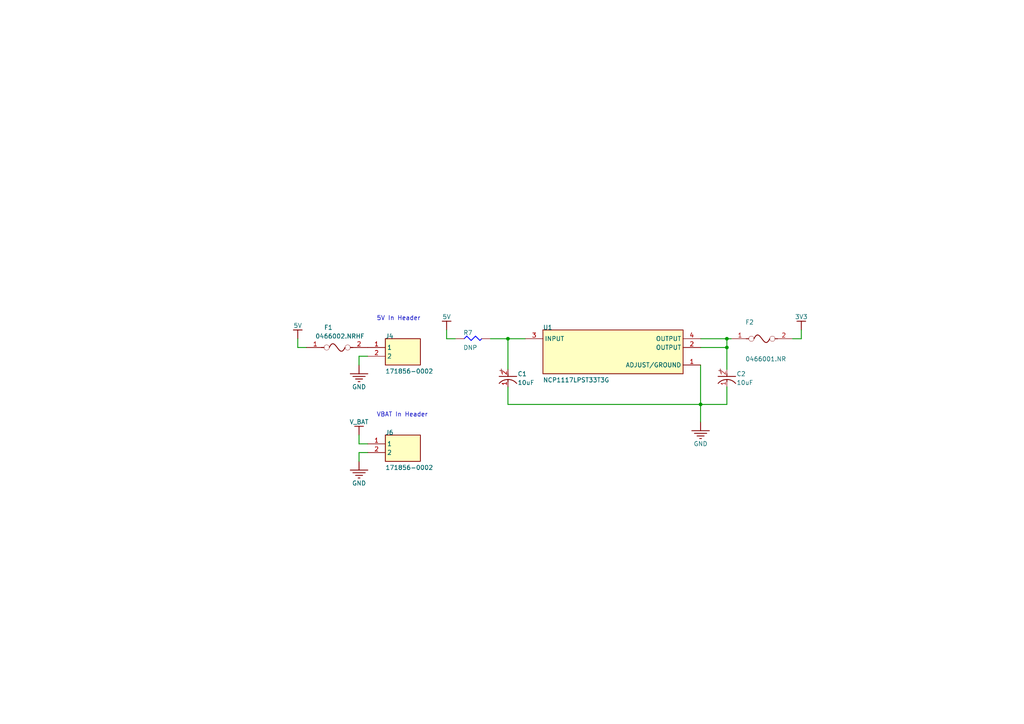
<source format=kicad_sch>
(kicad_sch (version 20230121) (generator eeschema)
  (paper "A4")
  (lib_symbols
    (symbol "MEB-altium-import:3V3" (power)
      (property "Reference" "#PWR" (at 0 0 0))
      (property "Value" "3V3" (at 0 3.81 0))
      (symbol "3V3_0_0"
        (polyline (pts (xy -1.27 -2.54) (xy 1.27 -2.54)) (stroke (width 0.254)))
        (polyline (pts (xy 0 0) (xy 0 -2.54)) (stroke (width 0.254)))
        (pin power_in line (at 0 0 0) (length 0) hide (name "3V3") (number ""))
      )
    )
    (symbol "MEB-altium-import:5V" (power)
      (property "Reference" "#PWR" (at 0 0 0))
      (property "Value" "5V" (at 0 3.81 0))
      (symbol "5V_0_0"
        (polyline (pts (xy -1.27 -2.54) (xy 1.27 -2.54)) (stroke (width 0.254)))
        (polyline (pts (xy 0 0) (xy 0 -2.54)) (stroke (width 0.254)))
        (pin power_in line (at 0 0 0) (length 0) hide (name "5V") (number ""))
      )
    )
    (symbol "MEB-altium-import:GND" (power)
      (property "Reference" "#PWR" (at 0 0 0))
      (property "Value" "GND" (at 0 6.35 0))
      (symbol "GND_0_0"
        (polyline (pts (xy -2.54 -2.54) (xy 2.54 -2.54)) (stroke (width 0.254)))
        (polyline (pts (xy -1.778 -3.302) (xy 1.778 -3.302)) (stroke (width 0.254)))
        (polyline (pts (xy -1.016 -4.064) (xy 1.016 -4.064)) (stroke (width 0.254)))
        (polyline (pts (xy -0.254 -4.826) (xy 0.254 -4.826)) (stroke (width 0.254)))
        (polyline (pts (xy 0 0) (xy 0 -2.54)) (stroke (width 0.254)))
        (pin power_in line (at 0 0 0) (length 0) hide (name "GND") (number ""))
      )
    )
    (symbol "MEB-altium-import:V_BAT" (power)
      (property "Reference" "#PWR" (at 0 0 0))
      (property "Value" "V_BAT" (at 0 3.81 0))
      (symbol "V_BAT_0_0"
        (polyline (pts (xy -1.27 -2.54) (xy 1.27 -2.54)) (stroke (width 0.254)))
        (polyline (pts (xy 0 0) (xy 0 -2.54)) (stroke (width 0.254)))
        (pin power_in line (at 0 0 0) (length 0) hide (name "V_BAT") (number ""))
      )
    )
    (symbol "MEB-altium-import:power_regulation_0_171856-0002"
      (symbol "power_regulation_0_171856-0002_1_0"
        (rectangle (start 15.24 2.54) (end 5.08 -5.08) (stroke (width 0.254)) (fill (type background)))
        (pin passive line (at 0 0 0) (length 5.08) (name "1") (number "1"))
        (pin passive line (at 0 -2.54 0) (length 5.08) (name "2") (number "2"))
      )
    )
    (symbol "MEB-altium-import:power_regulation_0_203bc49f2ac43e59fd269a8c329ed05"
      (symbol "power_regulation_0_203bc49f2ac43e59fd269a8c329ed05_1_0"
        (bezier (pts (xy -2.54 -4.064) (xy -1.27 -2.54) (xy 1.27 -2.54) (xy 2.54 -4.064)) (stroke (width 0.254)))
        (polyline (pts (xy -2.54 -2.032) (xy 2.54 -2.032)) (stroke (width 0.254)))
        (polyline (pts (xy 0 -3.048) (xy 0 -3.556)) (stroke (width 0.254)))
        (polyline (pts (xy 0 -2.032) (xy 0 -1.27)) (stroke (width 0.254)))
        (text "+" (at -2.794 0.508 0) (effects (font (size 1.27 1.27)) (justify left top)))
        (pin passive line (at 0 -5.08 90) (length 2.032) (name "C") (number "1"))
        (pin passive line (at 0 0 270) (length 2.032) (name "A") (number "2"))
      )
    )
    (symbol "MEB-altium-import:power_regulation_0_5bcf9b9f640e542cf0359d10258e979"
      (symbol "power_regulation_0_5bcf9b9f640e542cf0359d10258e979_1_0"
        (polyline (pts (xy 5.08 0) (xy 4.318 0)) (stroke (width 0.254)))
        (polyline (pts (xy 12.7 0) (xy 13.462 0)) (stroke (width 0.254)))
        (circle (center 5.842 0) (radius 0.762) (stroke (width 0.0001)))
        (bezier (pts (xy 6.604 0) (xy 8.382 3.81) (xy 9.398 -3.81) (xy 11.176 0)) (stroke (width 0.254)))
        (circle (center 11.938 0) (radius 0.762) (stroke (width 0.0001)))
        (pin passive line (at 0 0 0) (length 5.08) (name "1") (number "1"))
        (pin passive line (at 17.78 0 180) (length 5.08) (name "2") (number "2"))
      )
    )
    (symbol "MEB-altium-import:power_regulation_0_ERJ-6GEY0R00V"
      (symbol "power_regulation_0_ERJ-6GEY0R00V_1_0"
        (polyline (pts (xy -1.778 0.762) (xy -2.54 0)) (stroke (width 0.254) (color 0 0 255 1)))
        (polyline (pts (xy -1.778 0.762) (xy -0.508 -0.508) (xy 0.762 0.762) (xy 2.032 -0.508) (xy 2.54 0)) (stroke (width 0.254) (color 0 0 255 1)))
        (pin passive line (at -5.08 0 0) (length 2.54) (name "1") (number "1"))
        (pin passive line (at 5.08 0 180) (length 2.54) (name "2") (number "2"))
      )
    )
    (symbol "MEB-altium-import:power_regulation_0_ba9dfc6f1948e29eb9591bef83395b3"
      (symbol "power_regulation_0_ba9dfc6f1948e29eb9591bef83395b3_1_0"
        (rectangle (start 45.72 2.54) (end 5.08 -10.16) (stroke (width 0.254)) (fill (type background)))
        (pin power_in line (at 50.8 -7.62 180) (length 5.08) (name "ADJUST/GROUND") (number "1"))
        (pin bidirectional line (at 50.8 -2.54 180) (length 5.08) (name "OUTPUT") (number "2"))
        (pin input line (at 0 0 0) (length 5.08) (name "INPUT") (number "3"))
        (pin output line (at 50.8 0 180) (length 5.08) (name "OUTPUT") (number "4"))
      )
    )
  )
  (junction (at 203.2 117.2972))
  (junction (at 210.82 100.7872))
  (junction (at 210.82 98.2472))
  (junction (at 147.32 98.2472))
  (wire (pts (xy 86.36 100.7872) (xy 88.9 100.7872)) (stroke (width 0.254)))
  (wire (pts (xy 86.36 98.2472) (xy 86.36 100.7872)) (stroke (width 0.254)))
  (wire (pts (xy 147.32 98.2472) (xy 152.4 98.2472)) (stroke (width 0.254)))
  (wire (pts (xy 147.32 112.2172) (xy 147.32 117.2972)) (stroke (width 0.254)))
  (wire (pts (xy 104.14 131.2672) (xy 104.14 133.8072)) (stroke (width 0.254)))
  (wire (pts (xy 106.68 128.7272) (xy 104.14 128.7272)) (stroke (width 0.254)))
  (wire (pts (xy 210.82 100.7872) (xy 203.2 100.7872)) (stroke (width 0.254)))
  (wire (pts (xy 210.82 107.1372) (xy 210.82 100.7872)) (stroke (width 0.254)))
  (wire (pts (xy 106.68 103.3272) (xy 104.14 103.3272)) (stroke (width 0.254)))
  (wire (pts (xy 203.2 117.2972) (xy 203.2 122.3772)) (stroke (width 0.254)))
  (wire (pts (xy 142.24 98.2472) (xy 147.32 98.2472)) (stroke (width 0.254)))
  (wire (pts (xy 232.41 98.2472) (xy 229.87 98.2472)) (stroke (width 0.254)))
  (wire (pts (xy 203.2 117.2972) (xy 210.82 117.2972)) (stroke (width 0.254)))
  (wire (pts (xy 104.14 103.3272) (xy 104.14 105.8672)) (stroke (width 0.254)))
  (wire (pts (xy 106.68 131.2672) (xy 104.14 131.2672)) (stroke (width 0.254)))
  (wire (pts (xy 203.2 98.2472) (xy 210.82 98.2472)) (stroke (width 0.254)))
  (wire (pts (xy 129.54 98.2472) (xy 129.54 95.7072)) (stroke (width 0.254)))
  (wire (pts (xy 147.32 117.2972) (xy 203.2 117.2972)) (stroke (width 0.254)))
  (wire (pts (xy 132.08 98.2472) (xy 129.54 98.2472)) (stroke (width 0.254)))
  (wire (pts (xy 203.2 105.8672) (xy 203.2 117.2972)) (stroke (width 0.254)))
  (wire (pts (xy 147.32 98.2472) (xy 147.32 107.1372)) (stroke (width 0.254)))
  (wire (pts (xy 210.82 98.2472) (xy 212.09 98.2472)) (stroke (width 0.254)))
  (wire (pts (xy 210.82 100.7872) (xy 210.82 98.2472)) (stroke (width 0.254)))
  (wire (pts (xy 232.41 95.7072) (xy 232.41 98.2472)) (stroke (width 0.254)))
  (wire (pts (xy 104.14 128.7272) (xy 104.14 126.1872)) (stroke (width 0.254)))
  (wire (pts (xy 210.82 117.2972) (xy 210.82 112.2172)) (stroke (width 0.254)))
  (text "5V In Header" (at 109.22 93.1672 0) (effects (font (size 1.27 1.27)) (justify left bottom)))
  (text "VBAT In Header" (at 109.22 121.1072 0) (effects (font (size 1.27 1.27)) (justify left bottom)))
  (symbol (lib_id "MEB-altium-import:power_regulation_0_ERJ-6GEY0R00V") (at 137.16 98.2472 0) (unit 1)
    (property "Reference" "R7" (at 134.366 97.2312 0) (effects (justify left bottom)))
    (property "Value" "DNP" (at 134.366 101.5492 0) (effects (justify left bottom)))
    (property "Footprint" "AltiumImport:SMD-0805-RES" (effects hide))
    (property "Part Number" "ERJ-6GEY0R00V" (effects hide))
  )
  (symbol (lib_id "MEB-altium-import:GND") (at 104.14 133.8072 0) (unit 1)
    (property "Reference" "#PWR0127" (effects hide))
    (property "Value" "GND" (at 104.14 140.1572 0))
  )
  (symbol (lib_id "MEB-altium-import:power_regulation_0_171856-0002") (at 106.68 100.7872 0) (unit 1)
    (property "Reference" "J4" (at 111.76 98.2472 0) (effects (justify left bottom)))
    (property "Value" "171856-0002" (at 111.76 108.4072 0) (effects (justify left bottom)))
    (property "Footprint" "AltiumImport:SHDR2W99P0X254_1X2_493X635X818P" (effects hide))
    (property "Part Number" "171856-0002" (effects hide))
  )
  (symbol (lib_id "MEB-altium-import:5V") (at 86.36 98.2472 180) (unit 1)
    (property "Reference" "#PWR0129" (effects hide))
    (property "Value" "5V" (at 86.36 94.4372 0))
  )
  (symbol (lib_id "MEB-altium-import:3V3") (at 232.41 95.7072 180) (unit 1)
    (property "Reference" "#PWR0132" (effects hide))
    (property "Value" "3V3" (at 232.41 91.8972 0))
  )
  (symbol (lib_id "MEB-altium-import:5V") (at 129.54 95.7072 180) (unit 1)
    (property "Reference" "#PWR0128" (effects hide))
    (property "Value" "5V" (at 129.54 91.8972 0))
  )
  (symbol (lib_id "MEB-altium-import:power_regulation_0_203bc49f2ac43e59fd269a8c329ed05") (at 210.82 107.1372 0) (unit 1)
    (property "Reference" "C2" (at 213.614 109.1692 0) (effects (justify left bottom)))
    (property "Value" "10uF" (at 213.614 111.7092 0) (effects (justify left bottom)))
    (property "Footprint" "AltiumImport:FP-TAJA-MFG" (effects hide))
    (property "Part Number" "TAJA106K016RNJ" (effects hide))
  )
  (symbol (lib_id "MEB-altium-import:power_regulation_0_5bcf9b9f640e542cf0359d10258e979") (at 88.9 100.7872 0) (unit 1)
    (property "Reference" "F1" (at 93.98 95.7072 0) (effects (justify left bottom)))
    (property "Value" "0466002.NRHF" (at 91.44 98.2472 0) (effects (justify left bottom)))
    (property "Footprint" "AltiumImport:FP-0466-MFG" (effects hide))
    (property "Part Number" "0466002.NRHF" (effects hide))
  )
  (symbol (lib_id "MEB-altium-import:V_BAT") (at 104.14 126.1872 180) (unit 1)
    (property "Reference" "#PWR0126" (effects hide))
    (property "Value" "V_BAT" (at 104.14 122.3772 0))
  )
  (symbol (lib_id "MEB-altium-import:power_regulation_0_ba9dfc6f1948e29eb9591bef83395b3") (at 152.4 98.2472 0) (unit 1)
    (property "Reference" "U1" (at 157.48 95.7072 0) (effects (justify left bottom)))
    (property "Value" "NCP1117LPST33T3G" (at 157.48 110.9472 0) (effects (justify left bottom)))
    (property "Footprint" "AltiumImport:FP-318H-MFG" (effects hide))
    (property "Part Number" "NCP1117LPST33T3G" (effects hide))
  )
  (symbol (lib_id "MEB-altium-import:power_regulation_0_171856-0002") (at 106.68 128.7272 0) (unit 1)
    (property "Reference" "J6" (at 111.76 126.1872 0) (effects (justify left bottom)))
    (property "Value" "171856-0002" (at 111.76 136.3472 0) (effects (justify left bottom)))
    (property "Footprint" "AltiumImport:SHDR2W99P0X254_1X2_493X635X818P" (effects hide))
    (property "Part Number" "171856-0002" (effects hide))
  )
  (symbol (lib_id "MEB-altium-import:power_regulation_0_5bcf9b9f640e542cf0359d10258e979") (at 212.09 98.2472 0) (unit 1)
    (property "Reference" "F2" (at 216.154 94.1832 0) (effects (justify left bottom)))
    (property "Value" "0466001.NR" (at 216.154 104.8512 0) (effects (justify left bottom)))
    (property "Footprint" "AltiumImport:FP-0466-MFG" (effects hide))
    (property "Part Number" "0466001.NR" (effects hide))
  )
  (symbol (lib_id "MEB-altium-import:power_regulation_0_203bc49f2ac43e59fd269a8c329ed05") (at 147.32 107.1372 0) (unit 1)
    (property "Reference" "C1" (at 150.114 109.1692 0) (effects (justify left bottom)))
    (property "Value" "10uF" (at 150.114 111.7092 0) (effects (justify left bottom)))
    (property "Footprint" "AltiumImport:FP-TAJA-MFG" (effects hide))
    (property "Part Number" "TAJA106K016RNJ" (effects hide))
  )
  (symbol (lib_id "MEB-altium-import:GND") (at 203.2 122.3772 0) (unit 1)
    (property "Reference" "#PWR0131" (effects hide))
    (property "Value" "GND" (at 203.2 128.7272 0))
  )
  (symbol (lib_id "MEB-altium-import:GND") (at 104.14 105.8672 0) (unit 1)
    (property "Reference" "#PWR0130" (effects hide))
    (property "Value" "GND" (at 104.14 112.2172 0))
  )
)
</source>
